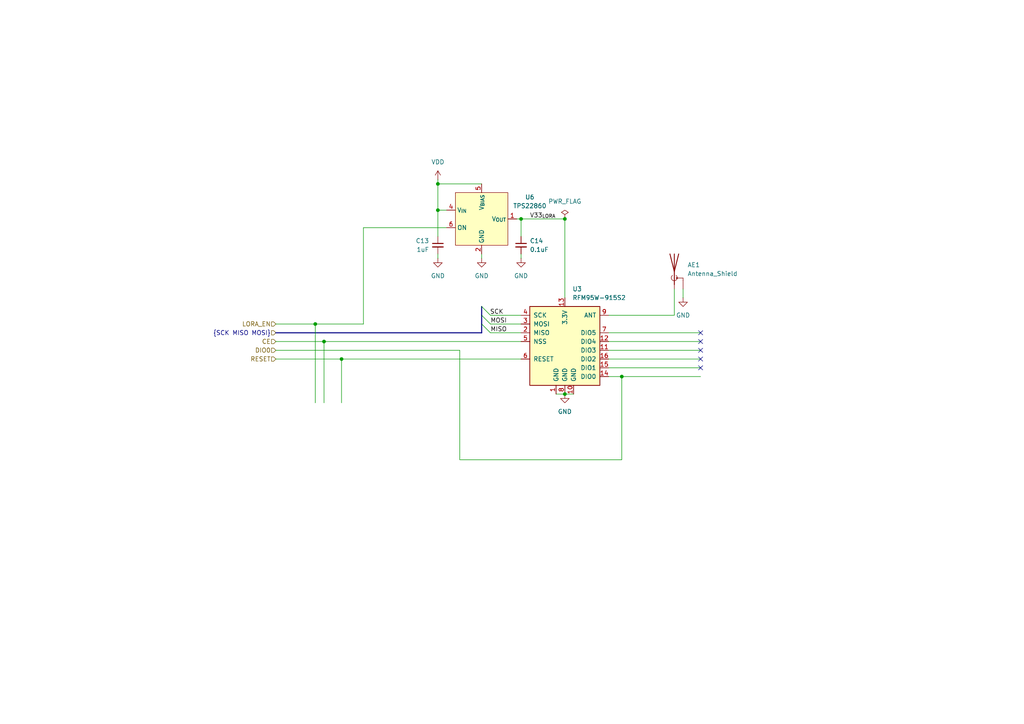
<source format=kicad_sch>
(kicad_sch (version 20231120) (generator "eeschema") (generator_version "8.0")
  (paper "A4")
  (lib_symbols
    (symbol "Device:Antenna_Shield" (pin_numbers hide) (pin_names (offset 1.016) hide)
      (property "Reference" "AE" (at -1.905 4.445 0))
      (property "Value" "Antenna_Shield" (at -1.905 2.54 0))
      (symbol "Antenna_Shield_0_1"
        (arc (start -0.508 -1.143) (mid -0.8429 -2.1194) (end 0 -2.667))
        (arc (start 0 -2.667) (mid 0.7989 -2.1052) (end 0.508 -1.143))
        (polyline (pts (xy 0 -2.54) (xy 0 0)))
        (polyline (pts (xy 0 5.08) (xy 0 -3.81)) (stroke (width 0.254)))
        (polyline (pts (xy 0.762 -1.905) (xy 2.54 -1.905)))
        (polyline (pts (xy 2.54 -2.54) (xy 2.54 -1.905)))
        (polyline (pts (xy 1.27 5.08) (xy 0 0) (xy -1.27 5.08)) (stroke (width 0.254)))
        (circle (center 0.762 -1.905) (radius 0.1778) (fill (type outline)))
      )
      (symbol "Antenna_Shield_1_1"
        (pin input line (at 0 -5.08 90) (length 2.54) (name "A") (number "1"))
        (pin input line (at 2.54 -5.08 90) (length 2.54) (name "Shield") (number "2"))
      )
    )
    (symbol "Device:C_Small" (pin_numbers hide) (pin_names (offset 0.254) hide)
      (property "Reference" "C" (at 0.254 1.778 0))
      (property "Value" "C_Small" (at 0.254 -2.032 0))
      (symbol "C_Small_0_1"
        (polyline (pts (xy -1.524 -0.508) (xy 1.524 -0.508)) (stroke (width 0.3302)))
        (polyline (pts (xy -1.524 0.508) (xy 1.524 0.508)) (stroke (width 0.3048)))
      )
      (symbol "C_Small_1_1"
        (pin passive line (at 0 2.54 270) (length 2.032) (name "~") (number "1"))
        (pin passive line (at 0 -2.54 90) (length 2.032) (name "~") (number "2"))
      )
    )
    (symbol "Marcano_Voltage_Regulator:TPS22860"
      (property "Reference" "U" (at 0 0 0))
      (property "Value" "TPS22860" (at -7.62 12.7 0))
      (symbol "TPS22860_1_1"
        (rectangle (start -7.62 7.62) (end 7.62 -7.62) (fill (type background)))
        (pin passive line (at 10.16 0 180) (length 2.54) (name "V_{OUT}") (number "1"))
        (pin power_in line (at 0 -10.16 90) (length 2.54) (name "GND") (number "2"))
        (pin no_connect line (at 10.16 -2.54 180) (length 2.54) hide (name "") (number "3"))
        (pin passive line (at -10.16 2.54 0) (length 2.54) (name "V_{IN}") (number "4"))
        (pin power_in line (at 0 10.16 270) (length 2.54) (name "V_{BIAS}") (number "5"))
        (pin input line (at -10.16 -2.54 0) (length 2.54) (name "ON") (number "6"))
      )
    )
    (symbol "RF_Module:RFM95W-915S2" (pin_names (offset 1.016))
      (property "Reference" "U" (at -10.414 11.684 0))
      (property "Value" "RFM95W-915S2" (at 1.524 11.43 0))
      (symbol "RFM95W-915S2_0_1"
        (rectangle (start -10.16 10.16) (end 10.16 -12.7) (stroke (width 0.254)) (fill (type background)))
      )
      (symbol "RFM95W-915S2_1_1"
        (pin power_in line (at -2.54 -15.24 90) (length 2.54) (name "GND") (number "1"))
        (pin power_in line (at 2.54 -15.24 90) (length 2.54) (name "GND") (number "10"))
        (pin bidirectional line (at 12.7 -2.54 180) (length 2.54) (name "DIO3") (number "11"))
        (pin bidirectional line (at 12.7 0 180) (length 2.54) (name "DIO4") (number "12"))
        (pin power_in line (at 0 12.7 270) (length 2.54) (name "3.3V") (number "13"))
        (pin bidirectional line (at 12.7 -10.16 180) (length 2.54) (name "DIO0") (number "14"))
        (pin bidirectional line (at 12.7 -7.62 180) (length 2.54) (name "DIO1") (number "15"))
        (pin bidirectional line (at 12.7 -5.08 180) (length 2.54) (name "DIO2") (number "16"))
        (pin output line (at -12.7 2.54 0) (length 2.54) (name "MISO") (number "2"))
        (pin input line (at -12.7 5.08 0) (length 2.54) (name "MOSI") (number "3"))
        (pin input line (at -12.7 7.62 0) (length 2.54) (name "SCK") (number "4"))
        (pin input line (at -12.7 0 0) (length 2.54) (name "NSS") (number "5"))
        (pin bidirectional line (at -12.7 -5.08 0) (length 2.54) (name "RESET") (number "6"))
        (pin bidirectional line (at 12.7 2.54 180) (length 2.54) (name "DIO5") (number "7"))
        (pin power_in line (at 0 -15.24 90) (length 2.54) (name "GND") (number "8"))
        (pin bidirectional line (at 12.7 7.62 180) (length 2.54) (name "ANT") (number "9"))
      )
    )
    (symbol "power:GND" (power) (pin_numbers hide) (pin_names (offset 0) hide)
      (property "Value" "GND" (at 0 -3.81 0))
      (symbol "GND_0_1"
        (polyline (pts (xy 0 0) (xy 0 -1.27) (xy 1.27 -1.27) (xy 0 -2.54) (xy -1.27 -1.27) (xy 0 -1.27)))
      )
      (symbol "GND_1_1"
        (pin power_in line (at 0 0 270) (length 0) (name "~") (number "1"))
      )
    )
    (symbol "power:PWR_FLAG" (power) (pin_numbers hide) (pin_names (offset 0) hide)
      (property "Value" "PWR_FLAG" (at 0 3.81 0))
      (symbol "PWR_FLAG_0_0"
        (pin power_out line (at 0 0 90) (length 0) (name "~") (number "1"))
      )
      (symbol "PWR_FLAG_0_1"
        (polyline (pts (xy 0 0) (xy 0 1.27) (xy -1.016 1.905) (xy 0 2.54) (xy 1.016 1.905) (xy 0 1.27)))
      )
    )
    (symbol "power:VDD" (power) (pin_numbers hide) (pin_names (offset 0) hide)
      (property "Value" "VDD" (at 0 3.556 0))
      (symbol "VDD_0_1"
        (polyline (pts (xy -0.762 1.27) (xy 0 2.54)))
        (polyline (pts (xy 0 0) (xy 0 2.54)))
        (polyline (pts (xy 0 2.54) (xy 0.762 1.27)))
      )
      (symbol "VDD_1_1"
        (pin power_in line (at 0 0 90) (length 0) (name "~") (number "1"))
      )
    )
  )
  (junction (at 91.44 93.98))
  (junction (at 127 53.34))
  (junction (at 127 60.96))
  (junction (at 93.98 99.06))
  (junction (at 163.83 114.3))
  (junction (at 99.06 104.14))
  (junction (at 180.34 109.22))
  (junction (at 163.83 63.5))
  (junction (at 151.13 63.5))
  (no_connect (at 203.2 101.6))
  (no_connect (at 203.2 96.52))
  (no_connect (at 203.2 104.14))
  (no_connect (at 203.2 99.06))
  (no_connect (at 203.2 106.68))
  (bus_entry (at 139.7 88.9) (size 2.54 2.54))
  (bus_entry (at 139.7 93.98) (size 2.54 2.54))
  (bus_entry (at 139.7 91.44) (size 2.54 2.54))
  (wire (pts (xy 151.13 63.5) (xy 151.13 68.58)))
  (wire (pts (xy 133.35 133.35) (xy 180.34 133.35)))
  (wire (pts (xy 198.12 86.36) (xy 198.12 83.82)))
  (wire (pts (xy 127 52.07) (xy 127 53.34)))
  (wire (pts (xy 142.24 96.52) (xy 151.13 96.52)))
  (wire (pts (xy 180.34 109.22) (xy 176.53 109.22)))
  (wire (pts (xy 93.98 99.06) (xy 151.13 99.06)))
  (wire (pts (xy 176.53 96.52) (xy 203.2 96.52)))
  (wire (pts (xy 80.01 93.98) (xy 91.44 93.98)))
  (wire (pts (xy 142.24 91.44) (xy 151.13 91.44)))
  (wire (pts (xy 163.83 114.3) (xy 166.37 114.3)))
  (wire (pts (xy 127 53.34) (xy 139.7 53.34)))
  (wire (pts (xy 180.34 109.22) (xy 203.2 109.22)))
  (wire (pts (xy 180.34 133.35) (xy 180.34 109.22)))
  (wire (pts (xy 80.01 104.14) (xy 99.06 104.14)))
  (bus (pts (xy 139.7 88.9) (xy 139.7 91.44)))
  (wire (pts (xy 93.98 99.06) (xy 93.98 116.84)))
  (wire (pts (xy 151.13 73.66) (xy 151.13 74.93)))
  (wire (pts (xy 127 53.34) (xy 127 60.96)))
  (wire (pts (xy 176.53 106.68) (xy 203.2 106.68)))
  (wire (pts (xy 91.44 93.98) (xy 105.41 93.98)))
  (bus (pts (xy 139.7 96.52) (xy 139.7 93.98)))
  (wire (pts (xy 99.06 104.14) (xy 99.06 116.84)))
  (wire (pts (xy 133.35 101.6) (xy 133.35 133.35)))
  (wire (pts (xy 151.13 63.5) (xy 163.83 63.5)))
  (wire (pts (xy 127 60.96) (xy 127 68.58)))
  (wire (pts (xy 91.44 93.98) (xy 91.44 116.84)))
  (wire (pts (xy 99.06 104.14) (xy 151.13 104.14)))
  (wire (pts (xy 127 60.96) (xy 129.54 60.96)))
  (wire (pts (xy 195.58 91.44) (xy 195.58 83.82)))
  (wire (pts (xy 80.01 101.6) (xy 133.35 101.6)))
  (wire (pts (xy 149.86 63.5) (xy 151.13 63.5)))
  (wire (pts (xy 163.83 63.5) (xy 163.83 86.36)))
  (wire (pts (xy 142.24 93.98) (xy 151.13 93.98)))
  (wire (pts (xy 105.41 66.04) (xy 129.54 66.04)))
  (wire (pts (xy 161.29 114.3) (xy 163.83 114.3)))
  (wire (pts (xy 176.53 104.14) (xy 203.2 104.14)))
  (wire (pts (xy 127 74.93) (xy 127 73.66)))
  (wire (pts (xy 80.01 99.06) (xy 93.98 99.06)))
  (wire (pts (xy 176.53 91.44) (xy 195.58 91.44)))
  (wire (pts (xy 176.53 99.06) (xy 203.2 99.06)))
  (bus (pts (xy 139.7 91.44) (xy 139.7 93.98)))
  (wire (pts (xy 176.53 101.6) (xy 203.2 101.6)))
  (bus (pts (xy 80.01 96.52) (xy 139.7 96.52)))
  (wire (pts (xy 139.7 74.93) (xy 139.7 73.66)))
  (wire (pts (xy 105.41 93.98) (xy 105.41 66.04)))
  (label "MOSI" (at 142.24 93.98 0))
  (label "SCK" (at 146.05 91.44 180))
  (label "MISO" (at 142.24 96.52 0))
  (label "V33_{LORA}" (at 153.67 63.5 0))
  (hierarchical_label "{SCK MISO MOSI}" (shape input) (at 80.01 96.52 180))
  (hierarchical_label "CE" (shape input) (at 80.01 99.06 180))
  (hierarchical_label "DIO0" (shape input) (at 80.01 101.6 180))
  (hierarchical_label "LORA_EN" (shape input) (at 80.01 93.98 180))
  (hierarchical_label "RESET" (shape input) (at 80.01 104.14 180))
  (symbol (lib_id "power:VDD") (at 127 52.07 0) (unit 1)
    (property "Reference" "#PWR038" (effects (hide yes)))
    (property "Value" "VDD" (at 127 46.99 0))
    (property "Description" "Power symbol creates a global label with name \"VDD\"" (effects (hide yes)))
  )
  (symbol (lib_id "RF_Module:RFM95W-915S2") (at 163.83 99.06 0) (unit 1)
    (property "Reference" "U3" (at 166.0241 83.82 0) (effects (justify left)))
    (property "Value" "RFM95W-915S2" (at 166.0241 86.36 0) (effects (justify left)))
    (property "Footprint" "RF_Module:HOPERF_RFM9XW_SMD" (effects (hide yes)))
    (property "Datasheet" "https://www.hoperf.com/data/upload/portal/20181127/5bfcbea20e9ef.pdf" (effects (hide yes)))
    (property "Description" "Low power long range transceiver module, SPI and parallel interface, 915 MHz, spreading factor 6 to12, bandwidth 7.8 to 500kHz, -111 to -148 dBm, SMD-16, DIP-16" (effects (hide yes)))
  )
  (symbol (lib_id "power:GND") (at 163.83 114.3 0) (unit 1)
    (property "Reference" "#PWR023" (effects (hide yes)))
    (property "Value" "GND" (at 163.83 119.38 0))
    (property "Description" "Power symbol creates a global label with name \"GND\" , ground" (effects (hide yes)))
  )
  (symbol (lib_id "power:GND") (at 198.12 86.36 0) (unit 1)
    (property "Reference" "#PWR030" (effects (hide yes)))
    (property "Value" "GND" (at 198.12 91.44 0))
    (property "Description" "Power symbol creates a global label with name \"GND\" , ground" (effects (hide yes)))
  )
  (symbol (lib_id "Device:C_Small") (at 151.13 71.12 0) (unit 1)
    (property "Reference" "C14" (at 153.67 69.8562 0) (effects (justify left)))
    (property "Value" "0.1uF" (at 153.67 72.3962 0) (effects (justify left)))
    (property "Footprint" "Capacitor_SMD:C_0603_1608Metric_Pad1.08x0.95mm_HandSolder" (effects (hide yes)))
    (property "Description" "Unpolarized capacitor, small symbol" (effects (hide yes)))
  )
  (symbol (lib_id "power:PWR_FLAG") (at 163.83 63.5 0) (unit 1)
    (property "Reference" "#FLG07" (effects (hide yes)))
    (property "Value" "PWR_FLAG" (at 163.83 58.42 0))
    (property "Description" "Special symbol for telling ERC where power comes from" (effects (hide yes)))
  )
  (symbol (lib_id "Marcano_Voltage_Regulator:TPS22860") (at 139.7 63.5 0) (unit 1)
    (property "Reference" "U6" (at 153.67 57.1814 0))
    (property "Value" "TPS22860" (at 153.67 59.7214 0))
    (property "Footprint" "Package_TO_SOT_SMD:SOT-23-6" (effects (hide yes)))
    (property "Datasheet" "https://www.ti.com/lit/ds/symlink/tps22860.pdf" (effects (hide yes)))
    (property "Description" "Low leakage Power Switch" (effects (hide yes)))
    (property "PN" "TPS22860DBVR" (effects (hide yes)))
    (property "Digikey PN" "296-43982-1-ND " (effects (hide yes)))
  )
  (symbol (lib_id "power:GND") (at 139.7 74.93 0) (unit 1)
    (property "Reference" "#PWR04" (effects (hide yes)))
    (property "Value" "GND" (at 139.7 80.01 0))
    (property "Description" "Power symbol creates a global label with name \"GND\" , ground" (effects (hide yes)))
  )
  (symbol (lib_id "power:GND") (at 151.13 74.93 0) (unit 1)
    (property "Reference" "#PWR024" (effects (hide yes)))
    (property "Value" "GND" (at 151.13 80.01 0))
    (property "Description" "Power symbol creates a global label with name \"GND\" , ground" (effects (hide yes)))
  )
  (symbol (lib_id "Device:C_Small") (at 127 71.12 0) (mirror y) (unit 1)
    (property "Reference" "C13" (at 124.46 69.8562 0) (effects (justify left)))
    (property "Value" "1uF" (at 124.46 72.3962 0) (effects (justify left)))
    (property "Footprint" "Capacitor_SMD:C_0603_1608Metric_Pad1.08x0.95mm_HandSolder" (effects (hide yes)))
    (property "Description" "Unpolarized capacitor, small symbol" (effects (hide yes)))
  )
  (symbol (lib_id "power:GND") (at 127 74.93 0) (unit 1)
    (property "Reference" "#PWR028" (effects (hide yes)))
    (property "Value" "GND" (at 127 80.01 0))
    (property "Description" "Power symbol creates a global label with name \"GND\" , ground" (effects (hide yes)))
  )
  (symbol (lib_id "Device:Antenna_Shield") (at 195.58 78.74 0) (unit 1)
    (property "Reference" "AE1" (at 199.39 76.8349 0) (effects (justify left)))
    (property "Value" "Antenna_Shield" (at 199.39 79.3749 0) (effects (justify left)))
    (property "Footprint" "0JV_CPM_Footprints:CONN1_CONUFL_TEC" (effects (hide yes)))
    (property "Datasheet" "https://www.digikey.com/en/products/detail/te-connectivity-linx/CONUFL001-SMD-T/7427732" (effects (hide yes)))
    (property "Description" "Antenna with extra pin for shielding" (effects (hide yes)))
    (property "Digikey PN" "CONUFL001-SMD-TCT-ND" (effects (hide yes)))
    (property "PN" "CONUFL001-SMD-T" (effects (hide yes)))
  )
)
</source>
